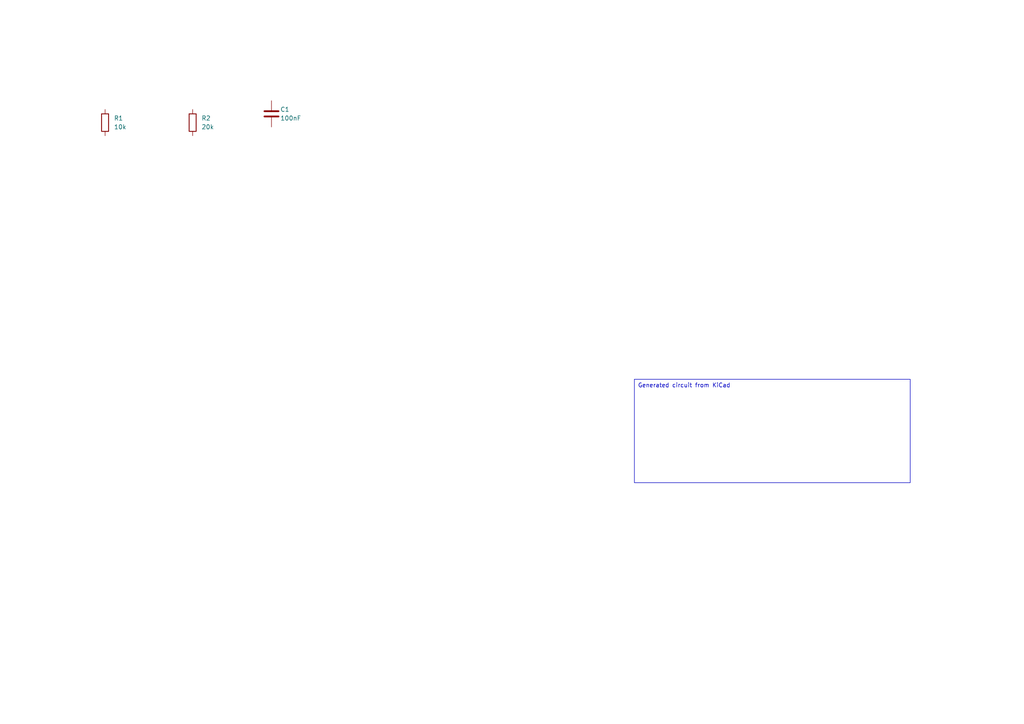
<source format=kicad_sch>
(kicad_sch (version 20250114) (generator "circuit_synth") (generator_version "0.8.36")
  (paper "A4")
  (title_block (title "growing_circuit_generated"))
  (lib_symbols
    (symbol "Device:R" (pin_numbers (hide yes)) (pin_names (offset 0))
      (property "Reference" "R" (at 2.032 0 90))
      (property "Value" "R" (at 0 0 90))
      (symbol "R_0_1"
        (rectangle (start -1.016 -2.54) (end 1.016 2.54) (stroke (width 0.254)))
      )
      (symbol "R_1_1"
        (pin passive line (at 0 3.81 270) (length 1.27) (name "~") (number "1"))
        (pin passive line (at 0 -3.81 90) (length 1.27) (name "~") (number "2"))
      )
    )
    (symbol "Device:C" (pin_numbers (hide yes)) (pin_names (offset 0.254))
      (property "Reference" "C" (at 0.635 2.54 0))
      (property "Value" "C" (at 0.635 -2.54 0))
      (symbol "C_0_1"
        (polyline (pts (xy -2.032 0.762) (xy 2.032 0.762)) (stroke (width 0.508)))
        (polyline (pts (xy -2.032 -0.762) (xy 2.032 -0.762)) (stroke (width 0.508)))
      )
      (symbol "C_1_1"
        (pin passive line (at 0 3.81 270) (length 2.794) (name "~") (number "1"))
        (pin passive line (at 0 -3.81 90) (length 2.794) (name "~") (number "2"))
      )
    )
  )
  (symbol (lib_id "Device:R") (at 30.48 35.56 0) (unit 1)
    (property "Reference" "R1" (at 33.02 34.2899 0) (effects (justify left)))
    (property "Value" "10k" (at 33.02 36.8299 0) (effects (justify left)))
    (property "Footprint" "Resistor_SMD:R_0603_1608Metric" (effects (hide yes)))
    (property "hierarchy_path" "/c04b2fab-504a-498f-85e4-19deb113f75e" (effects (hide yes)))
    (property "project_name" "growing_circuit_generated" (effects (hide yes)))
    (property "root_uuid" "c04b2fab-504a-498f-85e4-19deb113f75e" (effects (hide yes)))
  )
  (symbol (lib_id "Device:R") (at 55.88 35.56 0) (unit 1)
    (property "Reference" "R2" (at 58.42 34.2899 0) (effects (justify left)))
    (property "Value" "20k" (at 58.42 36.8299 0) (effects (justify left)))
    (property "Footprint" "Resistor_SMD:R_0603_1608Metric" (effects (hide yes)))
    (property "hierarchy_path" "/c04b2fab-504a-498f-85e4-19deb113f75e" (effects (hide yes)))
    (property "project_name" "growing_circuit_generated" (effects (hide yes)))
    (property "root_uuid" "c04b2fab-504a-498f-85e4-19deb113f75e" (effects (hide yes)))
  )
  (symbol (lib_id "Device:C") (at 78.74 33.02 0) (unit 1)
    (property "Reference" "C1" (at 81.28 31.7499 0) (effects (justify left)))
    (property "Value" "100nF" (at 81.28 34.2899 0) (effects (justify left)))
    (property "Footprint" "Capacitor_SMD:C_0603_1608Metric" (effects (hide yes)))
    (property "hierarchy_path" "/c04b2fab-504a-498f-85e4-19deb113f75e" (effects (hide yes)))
    (property "project_name" "growing_circuit_generated" (effects (hide yes)))
    (property "root_uuid" "c04b2fab-504a-498f-85e4-19deb113f75e" (effects (hide yes)))
  )
  (text_box "Generated circuit from KiCad" (at 184 110 0) (size 80 30) (margins 1 1 1 1) (effects (font (size 1.2 1.2)) (justify left top)))
)
</source>
